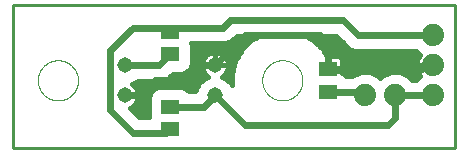
<source format=gbl>
G75*
%MOIN*%
%OFA0B0*%
%FSLAX25Y25*%
%IPPOS*%
%LPD*%
%AMOC8*
5,1,8,0,0,1.08239X$1,22.5*
%
%ADD10C,0.01000*%
%ADD11C,0.00000*%
%ADD12C,0.05150*%
%ADD13R,0.06299X0.05118*%
%ADD14C,0.07400*%
%ADD15C,0.02400*%
%ADD16C,0.01600*%
D10*
X0001800Y0001800D02*
X0149300Y0001800D01*
X0149300Y0049300D01*
X0001800Y0049300D01*
X0001800Y0001800D01*
D11*
X0010205Y0024300D02*
X0010207Y0024464D01*
X0010213Y0024628D01*
X0010223Y0024792D01*
X0010237Y0024956D01*
X0010255Y0025119D01*
X0010277Y0025282D01*
X0010304Y0025444D01*
X0010334Y0025606D01*
X0010368Y0025766D01*
X0010406Y0025926D01*
X0010447Y0026085D01*
X0010493Y0026243D01*
X0010543Y0026399D01*
X0010596Y0026555D01*
X0010653Y0026709D01*
X0010714Y0026861D01*
X0010779Y0027012D01*
X0010848Y0027162D01*
X0010920Y0027309D01*
X0010995Y0027455D01*
X0011075Y0027599D01*
X0011157Y0027741D01*
X0011243Y0027881D01*
X0011333Y0028018D01*
X0011426Y0028154D01*
X0011522Y0028287D01*
X0011622Y0028418D01*
X0011724Y0028546D01*
X0011830Y0028672D01*
X0011939Y0028795D01*
X0012051Y0028915D01*
X0012165Y0029033D01*
X0012283Y0029147D01*
X0012403Y0029259D01*
X0012526Y0029368D01*
X0012652Y0029474D01*
X0012780Y0029576D01*
X0012911Y0029676D01*
X0013044Y0029772D01*
X0013180Y0029865D01*
X0013317Y0029955D01*
X0013457Y0030041D01*
X0013599Y0030123D01*
X0013743Y0030203D01*
X0013889Y0030278D01*
X0014036Y0030350D01*
X0014186Y0030419D01*
X0014337Y0030484D01*
X0014489Y0030545D01*
X0014643Y0030602D01*
X0014799Y0030655D01*
X0014955Y0030705D01*
X0015113Y0030751D01*
X0015272Y0030792D01*
X0015432Y0030830D01*
X0015592Y0030864D01*
X0015754Y0030894D01*
X0015916Y0030921D01*
X0016079Y0030943D01*
X0016242Y0030961D01*
X0016406Y0030975D01*
X0016570Y0030985D01*
X0016734Y0030991D01*
X0016898Y0030993D01*
X0017062Y0030991D01*
X0017226Y0030985D01*
X0017390Y0030975D01*
X0017554Y0030961D01*
X0017717Y0030943D01*
X0017880Y0030921D01*
X0018042Y0030894D01*
X0018204Y0030864D01*
X0018364Y0030830D01*
X0018524Y0030792D01*
X0018683Y0030751D01*
X0018841Y0030705D01*
X0018997Y0030655D01*
X0019153Y0030602D01*
X0019307Y0030545D01*
X0019459Y0030484D01*
X0019610Y0030419D01*
X0019760Y0030350D01*
X0019907Y0030278D01*
X0020053Y0030203D01*
X0020197Y0030123D01*
X0020339Y0030041D01*
X0020479Y0029955D01*
X0020616Y0029865D01*
X0020752Y0029772D01*
X0020885Y0029676D01*
X0021016Y0029576D01*
X0021144Y0029474D01*
X0021270Y0029368D01*
X0021393Y0029259D01*
X0021513Y0029147D01*
X0021631Y0029033D01*
X0021745Y0028915D01*
X0021857Y0028795D01*
X0021966Y0028672D01*
X0022072Y0028546D01*
X0022174Y0028418D01*
X0022274Y0028287D01*
X0022370Y0028154D01*
X0022463Y0028018D01*
X0022553Y0027881D01*
X0022639Y0027741D01*
X0022721Y0027599D01*
X0022801Y0027455D01*
X0022876Y0027309D01*
X0022948Y0027162D01*
X0023017Y0027012D01*
X0023082Y0026861D01*
X0023143Y0026709D01*
X0023200Y0026555D01*
X0023253Y0026399D01*
X0023303Y0026243D01*
X0023349Y0026085D01*
X0023390Y0025926D01*
X0023428Y0025766D01*
X0023462Y0025606D01*
X0023492Y0025444D01*
X0023519Y0025282D01*
X0023541Y0025119D01*
X0023559Y0024956D01*
X0023573Y0024792D01*
X0023583Y0024628D01*
X0023589Y0024464D01*
X0023591Y0024300D01*
X0023589Y0024136D01*
X0023583Y0023972D01*
X0023573Y0023808D01*
X0023559Y0023644D01*
X0023541Y0023481D01*
X0023519Y0023318D01*
X0023492Y0023156D01*
X0023462Y0022994D01*
X0023428Y0022834D01*
X0023390Y0022674D01*
X0023349Y0022515D01*
X0023303Y0022357D01*
X0023253Y0022201D01*
X0023200Y0022045D01*
X0023143Y0021891D01*
X0023082Y0021739D01*
X0023017Y0021588D01*
X0022948Y0021438D01*
X0022876Y0021291D01*
X0022801Y0021145D01*
X0022721Y0021001D01*
X0022639Y0020859D01*
X0022553Y0020719D01*
X0022463Y0020582D01*
X0022370Y0020446D01*
X0022274Y0020313D01*
X0022174Y0020182D01*
X0022072Y0020054D01*
X0021966Y0019928D01*
X0021857Y0019805D01*
X0021745Y0019685D01*
X0021631Y0019567D01*
X0021513Y0019453D01*
X0021393Y0019341D01*
X0021270Y0019232D01*
X0021144Y0019126D01*
X0021016Y0019024D01*
X0020885Y0018924D01*
X0020752Y0018828D01*
X0020616Y0018735D01*
X0020479Y0018645D01*
X0020339Y0018559D01*
X0020197Y0018477D01*
X0020053Y0018397D01*
X0019907Y0018322D01*
X0019760Y0018250D01*
X0019610Y0018181D01*
X0019459Y0018116D01*
X0019307Y0018055D01*
X0019153Y0017998D01*
X0018997Y0017945D01*
X0018841Y0017895D01*
X0018683Y0017849D01*
X0018524Y0017808D01*
X0018364Y0017770D01*
X0018204Y0017736D01*
X0018042Y0017706D01*
X0017880Y0017679D01*
X0017717Y0017657D01*
X0017554Y0017639D01*
X0017390Y0017625D01*
X0017226Y0017615D01*
X0017062Y0017609D01*
X0016898Y0017607D01*
X0016734Y0017609D01*
X0016570Y0017615D01*
X0016406Y0017625D01*
X0016242Y0017639D01*
X0016079Y0017657D01*
X0015916Y0017679D01*
X0015754Y0017706D01*
X0015592Y0017736D01*
X0015432Y0017770D01*
X0015272Y0017808D01*
X0015113Y0017849D01*
X0014955Y0017895D01*
X0014799Y0017945D01*
X0014643Y0017998D01*
X0014489Y0018055D01*
X0014337Y0018116D01*
X0014186Y0018181D01*
X0014036Y0018250D01*
X0013889Y0018322D01*
X0013743Y0018397D01*
X0013599Y0018477D01*
X0013457Y0018559D01*
X0013317Y0018645D01*
X0013180Y0018735D01*
X0013044Y0018828D01*
X0012911Y0018924D01*
X0012780Y0019024D01*
X0012652Y0019126D01*
X0012526Y0019232D01*
X0012403Y0019341D01*
X0012283Y0019453D01*
X0012165Y0019567D01*
X0012051Y0019685D01*
X0011939Y0019805D01*
X0011830Y0019928D01*
X0011724Y0020054D01*
X0011622Y0020182D01*
X0011522Y0020313D01*
X0011426Y0020446D01*
X0011333Y0020582D01*
X0011243Y0020719D01*
X0011157Y0020859D01*
X0011075Y0021001D01*
X0010995Y0021145D01*
X0010920Y0021291D01*
X0010848Y0021438D01*
X0010779Y0021588D01*
X0010714Y0021739D01*
X0010653Y0021891D01*
X0010596Y0022045D01*
X0010543Y0022201D01*
X0010493Y0022357D01*
X0010447Y0022515D01*
X0010406Y0022674D01*
X0010368Y0022834D01*
X0010334Y0022994D01*
X0010304Y0023156D01*
X0010277Y0023318D01*
X0010255Y0023481D01*
X0010237Y0023644D01*
X0010223Y0023808D01*
X0010213Y0023972D01*
X0010207Y0024136D01*
X0010205Y0024300D01*
X0085009Y0024300D02*
X0085011Y0024464D01*
X0085017Y0024628D01*
X0085027Y0024792D01*
X0085041Y0024956D01*
X0085059Y0025119D01*
X0085081Y0025282D01*
X0085108Y0025444D01*
X0085138Y0025606D01*
X0085172Y0025766D01*
X0085210Y0025926D01*
X0085251Y0026085D01*
X0085297Y0026243D01*
X0085347Y0026399D01*
X0085400Y0026555D01*
X0085457Y0026709D01*
X0085518Y0026861D01*
X0085583Y0027012D01*
X0085652Y0027162D01*
X0085724Y0027309D01*
X0085799Y0027455D01*
X0085879Y0027599D01*
X0085961Y0027741D01*
X0086047Y0027881D01*
X0086137Y0028018D01*
X0086230Y0028154D01*
X0086326Y0028287D01*
X0086426Y0028418D01*
X0086528Y0028546D01*
X0086634Y0028672D01*
X0086743Y0028795D01*
X0086855Y0028915D01*
X0086969Y0029033D01*
X0087087Y0029147D01*
X0087207Y0029259D01*
X0087330Y0029368D01*
X0087456Y0029474D01*
X0087584Y0029576D01*
X0087715Y0029676D01*
X0087848Y0029772D01*
X0087984Y0029865D01*
X0088121Y0029955D01*
X0088261Y0030041D01*
X0088403Y0030123D01*
X0088547Y0030203D01*
X0088693Y0030278D01*
X0088840Y0030350D01*
X0088990Y0030419D01*
X0089141Y0030484D01*
X0089293Y0030545D01*
X0089447Y0030602D01*
X0089603Y0030655D01*
X0089759Y0030705D01*
X0089917Y0030751D01*
X0090076Y0030792D01*
X0090236Y0030830D01*
X0090396Y0030864D01*
X0090558Y0030894D01*
X0090720Y0030921D01*
X0090883Y0030943D01*
X0091046Y0030961D01*
X0091210Y0030975D01*
X0091374Y0030985D01*
X0091538Y0030991D01*
X0091702Y0030993D01*
X0091866Y0030991D01*
X0092030Y0030985D01*
X0092194Y0030975D01*
X0092358Y0030961D01*
X0092521Y0030943D01*
X0092684Y0030921D01*
X0092846Y0030894D01*
X0093008Y0030864D01*
X0093168Y0030830D01*
X0093328Y0030792D01*
X0093487Y0030751D01*
X0093645Y0030705D01*
X0093801Y0030655D01*
X0093957Y0030602D01*
X0094111Y0030545D01*
X0094263Y0030484D01*
X0094414Y0030419D01*
X0094564Y0030350D01*
X0094711Y0030278D01*
X0094857Y0030203D01*
X0095001Y0030123D01*
X0095143Y0030041D01*
X0095283Y0029955D01*
X0095420Y0029865D01*
X0095556Y0029772D01*
X0095689Y0029676D01*
X0095820Y0029576D01*
X0095948Y0029474D01*
X0096074Y0029368D01*
X0096197Y0029259D01*
X0096317Y0029147D01*
X0096435Y0029033D01*
X0096549Y0028915D01*
X0096661Y0028795D01*
X0096770Y0028672D01*
X0096876Y0028546D01*
X0096978Y0028418D01*
X0097078Y0028287D01*
X0097174Y0028154D01*
X0097267Y0028018D01*
X0097357Y0027881D01*
X0097443Y0027741D01*
X0097525Y0027599D01*
X0097605Y0027455D01*
X0097680Y0027309D01*
X0097752Y0027162D01*
X0097821Y0027012D01*
X0097886Y0026861D01*
X0097947Y0026709D01*
X0098004Y0026555D01*
X0098057Y0026399D01*
X0098107Y0026243D01*
X0098153Y0026085D01*
X0098194Y0025926D01*
X0098232Y0025766D01*
X0098266Y0025606D01*
X0098296Y0025444D01*
X0098323Y0025282D01*
X0098345Y0025119D01*
X0098363Y0024956D01*
X0098377Y0024792D01*
X0098387Y0024628D01*
X0098393Y0024464D01*
X0098395Y0024300D01*
X0098393Y0024136D01*
X0098387Y0023972D01*
X0098377Y0023808D01*
X0098363Y0023644D01*
X0098345Y0023481D01*
X0098323Y0023318D01*
X0098296Y0023156D01*
X0098266Y0022994D01*
X0098232Y0022834D01*
X0098194Y0022674D01*
X0098153Y0022515D01*
X0098107Y0022357D01*
X0098057Y0022201D01*
X0098004Y0022045D01*
X0097947Y0021891D01*
X0097886Y0021739D01*
X0097821Y0021588D01*
X0097752Y0021438D01*
X0097680Y0021291D01*
X0097605Y0021145D01*
X0097525Y0021001D01*
X0097443Y0020859D01*
X0097357Y0020719D01*
X0097267Y0020582D01*
X0097174Y0020446D01*
X0097078Y0020313D01*
X0096978Y0020182D01*
X0096876Y0020054D01*
X0096770Y0019928D01*
X0096661Y0019805D01*
X0096549Y0019685D01*
X0096435Y0019567D01*
X0096317Y0019453D01*
X0096197Y0019341D01*
X0096074Y0019232D01*
X0095948Y0019126D01*
X0095820Y0019024D01*
X0095689Y0018924D01*
X0095556Y0018828D01*
X0095420Y0018735D01*
X0095283Y0018645D01*
X0095143Y0018559D01*
X0095001Y0018477D01*
X0094857Y0018397D01*
X0094711Y0018322D01*
X0094564Y0018250D01*
X0094414Y0018181D01*
X0094263Y0018116D01*
X0094111Y0018055D01*
X0093957Y0017998D01*
X0093801Y0017945D01*
X0093645Y0017895D01*
X0093487Y0017849D01*
X0093328Y0017808D01*
X0093168Y0017770D01*
X0093008Y0017736D01*
X0092846Y0017706D01*
X0092684Y0017679D01*
X0092521Y0017657D01*
X0092358Y0017639D01*
X0092194Y0017625D01*
X0092030Y0017615D01*
X0091866Y0017609D01*
X0091702Y0017607D01*
X0091538Y0017609D01*
X0091374Y0017615D01*
X0091210Y0017625D01*
X0091046Y0017639D01*
X0090883Y0017657D01*
X0090720Y0017679D01*
X0090558Y0017706D01*
X0090396Y0017736D01*
X0090236Y0017770D01*
X0090076Y0017808D01*
X0089917Y0017849D01*
X0089759Y0017895D01*
X0089603Y0017945D01*
X0089447Y0017998D01*
X0089293Y0018055D01*
X0089141Y0018116D01*
X0088990Y0018181D01*
X0088840Y0018250D01*
X0088693Y0018322D01*
X0088547Y0018397D01*
X0088403Y0018477D01*
X0088261Y0018559D01*
X0088121Y0018645D01*
X0087984Y0018735D01*
X0087848Y0018828D01*
X0087715Y0018924D01*
X0087584Y0019024D01*
X0087456Y0019126D01*
X0087330Y0019232D01*
X0087207Y0019341D01*
X0087087Y0019453D01*
X0086969Y0019567D01*
X0086855Y0019685D01*
X0086743Y0019805D01*
X0086634Y0019928D01*
X0086528Y0020054D01*
X0086426Y0020182D01*
X0086326Y0020313D01*
X0086230Y0020446D01*
X0086137Y0020582D01*
X0086047Y0020719D01*
X0085961Y0020859D01*
X0085879Y0021001D01*
X0085799Y0021145D01*
X0085724Y0021291D01*
X0085652Y0021438D01*
X0085583Y0021588D01*
X0085518Y0021739D01*
X0085457Y0021891D01*
X0085400Y0022045D01*
X0085347Y0022201D01*
X0085297Y0022357D01*
X0085251Y0022515D01*
X0085210Y0022674D01*
X0085172Y0022834D01*
X0085138Y0022994D01*
X0085108Y0023156D01*
X0085081Y0023318D01*
X0085059Y0023481D01*
X0085041Y0023644D01*
X0085027Y0023808D01*
X0085017Y0023972D01*
X0085011Y0024136D01*
X0085009Y0024300D01*
D12*
X0069261Y0019300D03*
X0039339Y0019300D03*
X0039339Y0029300D03*
X0069261Y0029300D03*
D13*
X0054300Y0033060D03*
X0054300Y0040540D03*
X0106800Y0028040D03*
X0106800Y0020560D03*
X0054300Y0015540D03*
X0054300Y0008060D03*
D14*
X0119300Y0019300D03*
X0129300Y0019300D03*
X0141800Y0019300D03*
X0141800Y0029300D03*
X0141800Y0039300D03*
D15*
X0116800Y0039300D01*
X0111800Y0044300D01*
X0074300Y0044300D01*
X0071800Y0041800D01*
X0055560Y0041800D01*
X0054300Y0040540D01*
X0053040Y0041800D01*
X0041800Y0041800D01*
X0034300Y0034300D01*
X0034300Y0014300D01*
X0041800Y0006800D01*
X0053040Y0006800D01*
X0054300Y0008060D01*
X0054300Y0015540D02*
X0065501Y0015540D01*
X0069261Y0019300D01*
X0069300Y0019300D01*
X0079300Y0009300D01*
X0126800Y0009300D01*
X0129300Y0011800D01*
X0129300Y0019300D01*
X0141800Y0019300D01*
X0119300Y0019300D02*
X0115540Y0020560D01*
X0106800Y0020560D01*
X0106800Y0028040D02*
X0138040Y0028040D01*
X0141800Y0029300D01*
X0106800Y0028040D02*
X0106800Y0034300D01*
X0104300Y0039300D01*
X0079300Y0039300D01*
X0069300Y0029300D01*
X0069261Y0029300D01*
X0064300Y0029300D01*
X0059300Y0024300D01*
X0049300Y0024300D01*
X0044300Y0019300D01*
X0039339Y0019300D01*
X0039339Y0029300D02*
X0050540Y0029300D01*
X0054300Y0033060D01*
X0053040Y0039300D02*
X0054300Y0040540D01*
D16*
X0061373Y0036600D02*
X0072834Y0036600D01*
X0074746Y0037392D01*
X0076208Y0038854D01*
X0076454Y0039100D01*
X0083745Y0039100D01*
X0081389Y0037740D01*
X0078262Y0034613D01*
X0076051Y0030783D01*
X0074906Y0026511D01*
X0074906Y0022851D01*
X0074834Y0023024D01*
X0072985Y0024874D01*
X0071454Y0025508D01*
X0071554Y0025558D01*
X0072111Y0025963D01*
X0072598Y0026450D01*
X0073002Y0027007D01*
X0073315Y0027621D01*
X0073528Y0028276D01*
X0073635Y0028956D01*
X0073635Y0029300D01*
X0073635Y0029644D01*
X0073528Y0030324D01*
X0073315Y0030979D01*
X0073002Y0031593D01*
X0072598Y0032150D01*
X0072111Y0032637D01*
X0071554Y0033042D01*
X0070940Y0033354D01*
X0070285Y0033567D01*
X0069605Y0033675D01*
X0069261Y0033675D01*
X0069261Y0029300D01*
X0073635Y0029300D01*
X0069261Y0029300D01*
X0069261Y0029300D01*
X0069261Y0029300D01*
X0069261Y0033675D01*
X0068916Y0033675D01*
X0068236Y0033567D01*
X0067581Y0033354D01*
X0066968Y0033042D01*
X0066411Y0032637D01*
X0065924Y0032150D01*
X0065519Y0031593D01*
X0065206Y0030979D01*
X0064994Y0030324D01*
X0064886Y0029644D01*
X0064886Y0029300D01*
X0064886Y0028956D01*
X0064994Y0028276D01*
X0065206Y0027621D01*
X0065519Y0027007D01*
X0065924Y0026450D01*
X0066411Y0025963D01*
X0066968Y0025558D01*
X0067067Y0025508D01*
X0065536Y0024874D01*
X0063687Y0023024D01*
X0062741Y0020740D01*
X0060466Y0020740D01*
X0059715Y0021490D01*
X0058245Y0022099D01*
X0050355Y0022099D01*
X0048885Y0021490D01*
X0047759Y0020365D01*
X0047150Y0018895D01*
X0047150Y0012185D01*
X0047227Y0012000D01*
X0043954Y0012000D01*
X0040784Y0015170D01*
X0041019Y0015246D01*
X0041632Y0015558D01*
X0042189Y0015963D01*
X0042676Y0016450D01*
X0043081Y0017007D01*
X0043394Y0017621D01*
X0043606Y0018276D01*
X0043714Y0018956D01*
X0043714Y0019300D01*
X0043714Y0019644D01*
X0043606Y0020324D01*
X0043394Y0020979D01*
X0043081Y0021593D01*
X0042676Y0022150D01*
X0042189Y0022637D01*
X0041632Y0023042D01*
X0041533Y0023092D01*
X0043064Y0023726D01*
X0043438Y0024100D01*
X0051574Y0024100D01*
X0053486Y0024892D01*
X0055095Y0026501D01*
X0058245Y0026501D01*
X0059715Y0027110D01*
X0060841Y0028235D01*
X0061450Y0029705D01*
X0061450Y0036415D01*
X0061373Y0036600D01*
X0061450Y0035369D02*
X0079018Y0035369D01*
X0077776Y0033770D02*
X0061450Y0033770D01*
X0061450Y0032172D02*
X0065945Y0032172D01*
X0069261Y0032172D02*
X0069261Y0032172D01*
X0072576Y0032172D02*
X0076853Y0032172D01*
X0075995Y0030573D02*
X0073447Y0030573D01*
X0069261Y0030573D02*
X0069261Y0030573D01*
X0069260Y0029300D02*
X0069260Y0029300D01*
X0064886Y0029300D01*
X0069260Y0029300D01*
X0065074Y0030573D02*
X0061450Y0030573D01*
X0061147Y0028975D02*
X0064886Y0028975D01*
X0065331Y0027376D02*
X0059982Y0027376D01*
X0054372Y0025778D02*
X0066666Y0025778D01*
X0064842Y0024179D02*
X0051766Y0024179D01*
X0048376Y0020982D02*
X0043392Y0020982D01*
X0042246Y0022581D02*
X0063503Y0022581D01*
X0062841Y0020982D02*
X0060224Y0020982D01*
X0047353Y0019384D02*
X0043714Y0019384D01*
X0043714Y0019300D02*
X0039500Y0019300D01*
X0039500Y0019300D01*
X0043714Y0019300D01*
X0043447Y0017785D02*
X0047150Y0017785D01*
X0047150Y0016187D02*
X0042413Y0016187D01*
X0041366Y0014588D02*
X0047150Y0014588D01*
X0047150Y0012990D02*
X0042964Y0012990D01*
X0073680Y0024179D02*
X0074906Y0024179D01*
X0074906Y0025778D02*
X0071855Y0025778D01*
X0073190Y0027376D02*
X0075138Y0027376D01*
X0075566Y0028975D02*
X0073635Y0028975D01*
X0073721Y0036967D02*
X0080617Y0036967D01*
X0082820Y0038566D02*
X0075920Y0038566D01*
X0099658Y0039100D02*
X0109646Y0039100D01*
X0113854Y0034892D01*
X0115766Y0034100D01*
X0136111Y0034100D01*
X0137438Y0032772D01*
X0137504Y0032745D01*
X0137096Y0032183D01*
X0136703Y0031411D01*
X0136435Y0030588D01*
X0136300Y0029733D01*
X0136300Y0029500D01*
X0141600Y0029500D01*
X0141600Y0029100D01*
X0136300Y0029100D01*
X0136300Y0028867D01*
X0136435Y0028012D01*
X0136703Y0027189D01*
X0137096Y0026417D01*
X0137504Y0025855D01*
X0137438Y0025828D01*
X0136111Y0024500D01*
X0134989Y0024500D01*
X0133662Y0025828D01*
X0130832Y0027000D01*
X0127768Y0027000D01*
X0124938Y0025828D01*
X0124300Y0025189D01*
X0123662Y0025828D01*
X0120832Y0027000D01*
X0117768Y0027000D01*
X0114938Y0025828D01*
X0114870Y0025760D01*
X0112966Y0025760D01*
X0112215Y0026510D01*
X0111750Y0026703D01*
X0111750Y0027561D01*
X0108216Y0027561D01*
X0107959Y0028520D01*
X0111750Y0028520D01*
X0111750Y0030836D01*
X0111627Y0031294D01*
X0111390Y0031704D01*
X0111055Y0032040D01*
X0110644Y0032277D01*
X0110187Y0032399D01*
X0107280Y0032399D01*
X0107280Y0030909D01*
X0105141Y0034613D01*
X0102014Y0037740D01*
X0099658Y0039100D01*
X0100583Y0038566D02*
X0110180Y0038566D01*
X0111779Y0036967D02*
X0102786Y0036967D01*
X0104385Y0035369D02*
X0113377Y0035369D01*
X0105627Y0033770D02*
X0136440Y0033770D01*
X0137090Y0032172D02*
X0110826Y0032172D01*
X0107280Y0032172D02*
X0106550Y0032172D01*
X0111750Y0030573D02*
X0136433Y0030573D01*
X0136300Y0028975D02*
X0111750Y0028975D01*
X0111750Y0027376D02*
X0136642Y0027376D01*
X0137388Y0025778D02*
X0133712Y0025778D01*
X0124888Y0025778D02*
X0123712Y0025778D01*
X0114888Y0025778D02*
X0112948Y0025778D01*
M02*

</source>
